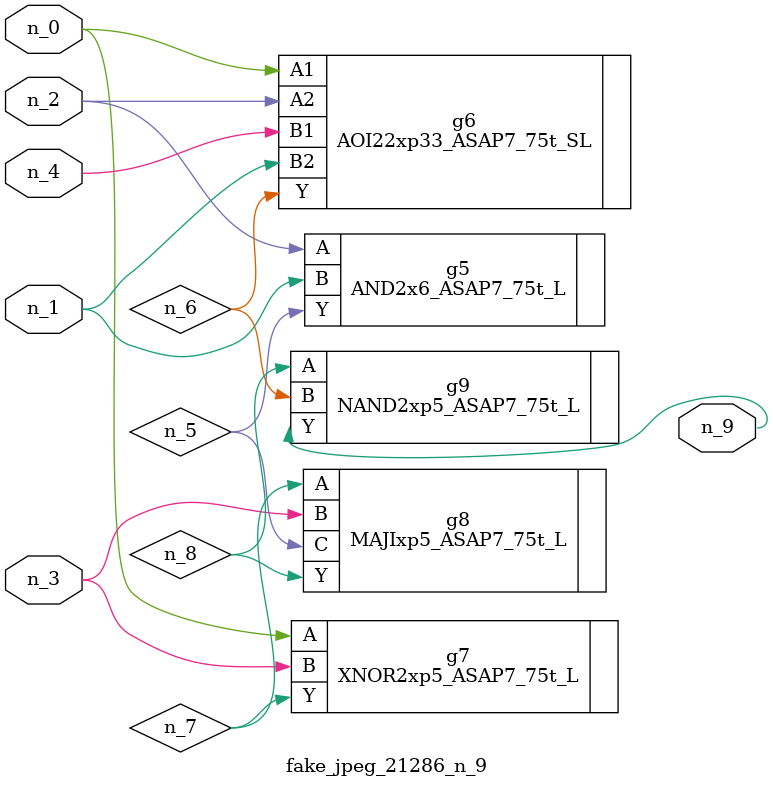
<source format=v>
module fake_jpeg_21286_n_9 (n_3, n_2, n_1, n_0, n_4, n_9);

input n_3;
input n_2;
input n_1;
input n_0;
input n_4;

output n_9;

wire n_8;
wire n_6;
wire n_5;
wire n_7;

AND2x6_ASAP7_75t_L g5 ( 
.A(n_2),
.B(n_1),
.Y(n_5)
);

AOI22xp33_ASAP7_75t_SL g6 ( 
.A1(n_0),
.A2(n_2),
.B1(n_4),
.B2(n_1),
.Y(n_6)
);

XNOR2xp5_ASAP7_75t_L g7 ( 
.A(n_0),
.B(n_3),
.Y(n_7)
);

MAJIxp5_ASAP7_75t_L g8 ( 
.A(n_7),
.B(n_3),
.C(n_5),
.Y(n_8)
);

NAND2xp5_ASAP7_75t_L g9 ( 
.A(n_8),
.B(n_6),
.Y(n_9)
);


endmodule
</source>
